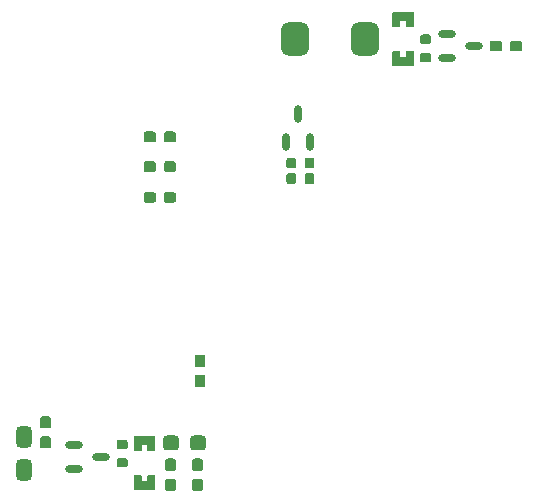
<source format=gbp>
%FSLAX24Y24*%
%MOIN*%
G70*
G01*
G75*
G04 Layer_Color=128*
%ADD10C,0.0079*%
G04:AMPARAMS|DCode=11|XSize=28mil|YSize=35.8mil|CornerRadius=2.8mil|HoleSize=0mil|Usage=FLASHONLY|Rotation=0.000|XOffset=0mil|YOffset=0mil|HoleType=Round|Shape=RoundedRectangle|*
%AMROUNDEDRECTD11*
21,1,0.0280,0.0302,0,0,0.0*
21,1,0.0224,0.0358,0,0,0.0*
1,1,0.0056,0.0112,-0.0151*
1,1,0.0056,-0.0112,-0.0151*
1,1,0.0056,-0.0112,0.0151*
1,1,0.0056,0.0112,0.0151*
%
%ADD11ROUNDEDRECTD11*%
G04:AMPARAMS|DCode=12|XSize=41mil|YSize=36mil|CornerRadius=1.8mil|HoleSize=0mil|Usage=FLASHONLY|Rotation=0.000|XOffset=0mil|YOffset=0mil|HoleType=Round|Shape=RoundedRectangle|*
%AMROUNDEDRECTD12*
21,1,0.0410,0.0324,0,0,0.0*
21,1,0.0374,0.0360,0,0,0.0*
1,1,0.0036,0.0187,-0.0162*
1,1,0.0036,-0.0187,-0.0162*
1,1,0.0036,-0.0187,0.0162*
1,1,0.0036,0.0187,0.0162*
%
%ADD12ROUNDEDRECTD12*%
G04:AMPARAMS|DCode=13|XSize=41mil|YSize=36mil|CornerRadius=1.8mil|HoleSize=0mil|Usage=FLASHONLY|Rotation=270.000|XOffset=0mil|YOffset=0mil|HoleType=Round|Shape=RoundedRectangle|*
%AMROUNDEDRECTD13*
21,1,0.0410,0.0324,0,0,270.0*
21,1,0.0374,0.0360,0,0,270.0*
1,1,0.0036,-0.0162,-0.0187*
1,1,0.0036,-0.0162,0.0187*
1,1,0.0036,0.0162,0.0187*
1,1,0.0036,0.0162,-0.0187*
%
%ADD13ROUNDEDRECTD13*%
%ADD14O,0.0394X0.0984*%
%ADD15O,0.0984X0.0394*%
G04:AMPARAMS|DCode=16|XSize=28mil|YSize=35.8mil|CornerRadius=2.8mil|HoleSize=0mil|Usage=FLASHONLY|Rotation=270.000|XOffset=0mil|YOffset=0mil|HoleType=Round|Shape=RoundedRectangle|*
%AMROUNDEDRECTD16*
21,1,0.0280,0.0302,0,0,270.0*
21,1,0.0224,0.0358,0,0,270.0*
1,1,0.0056,-0.0151,-0.0112*
1,1,0.0056,-0.0151,0.0112*
1,1,0.0056,0.0151,0.0112*
1,1,0.0056,0.0151,-0.0112*
%
%ADD16ROUNDEDRECTD16*%
%ADD17O,0.0591X0.0281*%
G04:AMPARAMS|DCode=18|XSize=78.7mil|YSize=47.2mil|CornerRadius=11.8mil|HoleSize=0mil|Usage=FLASHONLY|Rotation=180.000|XOffset=0mil|YOffset=0mil|HoleType=Round|Shape=RoundedRectangle|*
%AMROUNDEDRECTD18*
21,1,0.0787,0.0236,0,0,180.0*
21,1,0.0551,0.0472,0,0,180.0*
1,1,0.0236,-0.0276,0.0118*
1,1,0.0236,0.0276,0.0118*
1,1,0.0236,0.0276,-0.0118*
1,1,0.0236,-0.0276,-0.0118*
%
%ADD18ROUNDEDRECTD18*%
%ADD19C,0.0472*%
%ADD20O,0.0709X0.0315*%
%ADD21C,0.0157*%
%ADD22C,0.0118*%
%ADD23C,0.0394*%
%ADD24C,0.0197*%
%ADD25C,0.0600*%
%ADD26R,0.0600X0.0600*%
%ADD27O,0.0984X0.2165*%
%ADD28C,0.0709*%
%ADD29R,0.0600X0.0600*%
%ADD30C,0.0669*%
%ADD31C,0.0315*%
%ADD32C,0.0394*%
%ADD33O,0.0281X0.0591*%
G04:AMPARAMS|DCode=34|XSize=94.5mil|YSize=110.2mil|CornerRadius=23.6mil|HoleSize=0mil|Usage=FLASHONLY|Rotation=180.000|XOffset=0mil|YOffset=0mil|HoleType=Round|Shape=RoundedRectangle|*
%AMROUNDEDRECTD34*
21,1,0.0945,0.0630,0,0,180.0*
21,1,0.0472,0.1102,0,0,180.0*
1,1,0.0472,-0.0236,0.0315*
1,1,0.0472,0.0236,0.0315*
1,1,0.0472,0.0236,-0.0315*
1,1,0.0472,-0.0236,-0.0315*
%
%ADD34ROUNDEDRECTD34*%
G04:AMPARAMS|DCode=35|XSize=51.2mil|YSize=72mil|CornerRadius=2.6mil|HoleSize=0mil|Usage=FLASHONLY|Rotation=90.000|XOffset=0mil|YOffset=0mil|HoleType=Round|Shape=RoundedRectangle|*
%AMROUNDEDRECTD35*
21,1,0.0512,0.0669,0,0,90.0*
21,1,0.0461,0.0720,0,0,90.0*
1,1,0.0051,0.0335,0.0230*
1,1,0.0051,0.0335,-0.0230*
1,1,0.0051,-0.0335,-0.0230*
1,1,0.0051,-0.0335,0.0230*
%
%ADD35ROUNDEDRECTD35*%
G04:AMPARAMS|DCode=36|XSize=54mil|YSize=50mil|CornerRadius=12.5mil|HoleSize=0mil|Usage=FLASHONLY|Rotation=180.000|XOffset=0mil|YOffset=0mil|HoleType=Round|Shape=RoundedRectangle|*
%AMROUNDEDRECTD36*
21,1,0.0540,0.0250,0,0,180.0*
21,1,0.0290,0.0500,0,0,180.0*
1,1,0.0250,-0.0145,0.0125*
1,1,0.0250,0.0145,0.0125*
1,1,0.0250,0.0145,-0.0125*
1,1,0.0250,-0.0145,-0.0125*
%
%ADD36ROUNDEDRECTD36*%
G04:AMPARAMS|DCode=37|XSize=70.9mil|YSize=51.2mil|CornerRadius=12.8mil|HoleSize=0mil|Usage=FLASHONLY|Rotation=90.000|XOffset=0mil|YOffset=0mil|HoleType=Round|Shape=RoundedRectangle|*
%AMROUNDEDRECTD37*
21,1,0.0709,0.0256,0,0,90.0*
21,1,0.0453,0.0512,0,0,90.0*
1,1,0.0256,0.0128,0.0226*
1,1,0.0256,0.0128,-0.0226*
1,1,0.0256,-0.0128,-0.0226*
1,1,0.0256,-0.0128,0.0226*
%
%ADD37ROUNDEDRECTD37*%
%ADD38C,0.0070*%
%ADD39C,0.0071*%
%ADD40C,0.0098*%
%ADD41C,0.0100*%
%ADD42C,0.0039*%
G04:AMPARAMS|DCode=43|XSize=33.9mil|YSize=41.8mil|CornerRadius=5.8mil|HoleSize=0mil|Usage=FLASHONLY|Rotation=0.000|XOffset=0mil|YOffset=0mil|HoleType=Round|Shape=RoundedRectangle|*
%AMROUNDEDRECTD43*
21,1,0.0339,0.0302,0,0,0.0*
21,1,0.0224,0.0418,0,0,0.0*
1,1,0.0116,0.0112,-0.0151*
1,1,0.0116,-0.0112,-0.0151*
1,1,0.0116,-0.0112,0.0151*
1,1,0.0116,0.0112,0.0151*
%
%ADD43ROUNDEDRECTD43*%
G04:AMPARAMS|DCode=44|XSize=47mil|YSize=42mil|CornerRadius=4.8mil|HoleSize=0mil|Usage=FLASHONLY|Rotation=0.000|XOffset=0mil|YOffset=0mil|HoleType=Round|Shape=RoundedRectangle|*
%AMROUNDEDRECTD44*
21,1,0.0470,0.0324,0,0,0.0*
21,1,0.0374,0.0420,0,0,0.0*
1,1,0.0096,0.0187,-0.0162*
1,1,0.0096,-0.0187,-0.0162*
1,1,0.0096,-0.0187,0.0162*
1,1,0.0096,0.0187,0.0162*
%
%ADD44ROUNDEDRECTD44*%
G04:AMPARAMS|DCode=45|XSize=47mil|YSize=42mil|CornerRadius=4.8mil|HoleSize=0mil|Usage=FLASHONLY|Rotation=270.000|XOffset=0mil|YOffset=0mil|HoleType=Round|Shape=RoundedRectangle|*
%AMROUNDEDRECTD45*
21,1,0.0470,0.0324,0,0,270.0*
21,1,0.0374,0.0420,0,0,270.0*
1,1,0.0096,-0.0162,-0.0187*
1,1,0.0096,-0.0162,0.0187*
1,1,0.0096,0.0162,0.0187*
1,1,0.0096,0.0162,-0.0187*
%
%ADD45ROUNDEDRECTD45*%
%ADD46O,0.0454X0.1044*%
%ADD47O,0.1044X0.0454*%
G04:AMPARAMS|DCode=48|XSize=33.9mil|YSize=41.8mil|CornerRadius=5.8mil|HoleSize=0mil|Usage=FLASHONLY|Rotation=270.000|XOffset=0mil|YOffset=0mil|HoleType=Round|Shape=RoundedRectangle|*
%AMROUNDEDRECTD48*
21,1,0.0339,0.0302,0,0,270.0*
21,1,0.0224,0.0418,0,0,270.0*
1,1,0.0116,-0.0151,-0.0112*
1,1,0.0116,-0.0151,0.0112*
1,1,0.0116,0.0151,0.0112*
1,1,0.0116,0.0151,-0.0112*
%
%ADD48ROUNDEDRECTD48*%
%ADD49O,0.0650X0.0341*%
G04:AMPARAMS|DCode=50|XSize=84.7mil|YSize=53.2mil|CornerRadius=14.8mil|HoleSize=0mil|Usage=FLASHONLY|Rotation=180.000|XOffset=0mil|YOffset=0mil|HoleType=Round|Shape=RoundedRectangle|*
%AMROUNDEDRECTD50*
21,1,0.0847,0.0236,0,0,180.0*
21,1,0.0551,0.0532,0,0,180.0*
1,1,0.0296,-0.0276,0.0118*
1,1,0.0296,0.0276,0.0118*
1,1,0.0296,0.0276,-0.0118*
1,1,0.0296,-0.0276,-0.0118*
%
%ADD50ROUNDEDRECTD50*%
%ADD51O,0.0768X0.0375*%
%ADD52C,0.0660*%
%ADD53R,0.0660X0.0660*%
%ADD54O,0.1044X0.2225*%
%ADD55C,0.0768*%
%ADD56R,0.0660X0.0660*%
%ADD57C,0.0729*%
%ADD58C,0.0532*%
%ADD59O,0.0341X0.0650*%
G04:AMPARAMS|DCode=60|XSize=100.5mil|YSize=116.2mil|CornerRadius=26.6mil|HoleSize=0mil|Usage=FLASHONLY|Rotation=180.000|XOffset=0mil|YOffset=0mil|HoleType=Round|Shape=RoundedRectangle|*
%AMROUNDEDRECTD60*
21,1,0.1005,0.0630,0,0,180.0*
21,1,0.0472,0.1162,0,0,180.0*
1,1,0.0532,-0.0236,0.0315*
1,1,0.0532,0.0236,0.0315*
1,1,0.0532,0.0236,-0.0315*
1,1,0.0532,-0.0236,-0.0315*
%
%ADD60ROUNDEDRECTD60*%
G04:AMPARAMS|DCode=61|XSize=57.2mil|YSize=78mil|CornerRadius=5.6mil|HoleSize=0mil|Usage=FLASHONLY|Rotation=90.000|XOffset=0mil|YOffset=0mil|HoleType=Round|Shape=RoundedRectangle|*
%AMROUNDEDRECTD61*
21,1,0.0572,0.0669,0,0,90.0*
21,1,0.0461,0.0780,0,0,90.0*
1,1,0.0111,0.0335,0.0230*
1,1,0.0111,0.0335,-0.0230*
1,1,0.0111,-0.0335,-0.0230*
1,1,0.0111,-0.0335,0.0230*
%
%ADD61ROUNDEDRECTD61*%
G04:AMPARAMS|DCode=62|XSize=60mil|YSize=56mil|CornerRadius=15.5mil|HoleSize=0mil|Usage=FLASHONLY|Rotation=180.000|XOffset=0mil|YOffset=0mil|HoleType=Round|Shape=RoundedRectangle|*
%AMROUNDEDRECTD62*
21,1,0.0600,0.0250,0,0,180.0*
21,1,0.0290,0.0560,0,0,180.0*
1,1,0.0310,-0.0145,0.0125*
1,1,0.0310,0.0145,0.0125*
1,1,0.0310,0.0145,-0.0125*
1,1,0.0310,-0.0145,-0.0125*
%
%ADD62ROUNDEDRECTD62*%
G04:AMPARAMS|DCode=63|XSize=76.8mil|YSize=57.2mil|CornerRadius=15.8mil|HoleSize=0mil|Usage=FLASHONLY|Rotation=90.000|XOffset=0mil|YOffset=0mil|HoleType=Round|Shape=RoundedRectangle|*
%AMROUNDEDRECTD63*
21,1,0.0768,0.0256,0,0,90.0*
21,1,0.0453,0.0572,0,0,90.0*
1,1,0.0316,0.0128,0.0226*
1,1,0.0316,0.0128,-0.0226*
1,1,0.0316,-0.0128,-0.0226*
1,1,0.0316,-0.0128,0.0226*
%
%ADD63ROUNDEDRECTD63*%
G36*
X16739Y15574D02*
X16769Y15554D01*
X16789Y15524D01*
X16796Y15489D01*
Y15259D01*
X16789Y15224D01*
X16769Y15194D01*
X16739Y15175D01*
X16704Y15168D01*
X16524D01*
X16489Y15175D01*
X16459Y15194D01*
X16439Y15224D01*
X16432Y15259D01*
Y15489D01*
X16439Y15524D01*
X16459Y15554D01*
X16489Y15574D01*
X16524Y15581D01*
X16704D01*
X16739Y15574D01*
D02*
G37*
G36*
Y14904D02*
X16769Y14884D01*
X16789Y14854D01*
X16796Y14819D01*
Y14589D01*
X16789Y14554D01*
X16769Y14524D01*
X16739Y14505D01*
X16704Y14498D01*
X16524D01*
X16489Y14505D01*
X16459Y14524D01*
X16439Y14554D01*
X16432Y14589D01*
Y14819D01*
X16439Y14854D01*
X16459Y14884D01*
X16489Y14904D01*
X16524Y14911D01*
X16704D01*
X16739Y14904D01*
D02*
G37*
G36*
X19304Y14791D02*
X19331Y14773D01*
X19349Y14747D01*
X19355Y14716D01*
Y14556D01*
X19349Y14524D01*
X19331Y14498D01*
X19304Y14480D01*
X19273Y14474D01*
X19073D01*
X19042Y14480D01*
X19016Y14498D01*
X18998Y14524D01*
X18992Y14556D01*
Y14716D01*
X18998Y14747D01*
X19016Y14773D01*
X19042Y14791D01*
X19073Y14797D01*
X19273D01*
X19304Y14791D01*
D02*
G37*
G36*
X21897Y16951D02*
X21927Y16932D01*
X21946Y16902D01*
X21953Y16867D01*
Y16637D01*
X21946Y16602D01*
X21927Y16572D01*
X21897Y16552D01*
X21862Y16545D01*
X21682D01*
X21647Y16552D01*
X21617Y16572D01*
X21597Y16602D01*
X21590Y16637D01*
Y16867D01*
X21597Y16902D01*
X21617Y16932D01*
X21647Y16951D01*
X21682Y16958D01*
X21862D01*
X21897Y16951D01*
D02*
G37*
G36*
X20918Y23049D02*
X20948Y23029D01*
X20968Y22999D01*
X20975Y22964D01*
Y22784D01*
X20968Y22749D01*
X20948Y22719D01*
X20918Y22699D01*
X20883Y22692D01*
X20653D01*
X20618Y22699D01*
X20588Y22719D01*
X20568Y22749D01*
X20561Y22784D01*
Y22964D01*
X20568Y22999D01*
X20588Y23029D01*
X20618Y23049D01*
X20653Y23056D01*
X20883D01*
X20918Y23049D01*
D02*
G37*
G36*
X20248D02*
X20278Y23029D01*
X20298Y22999D01*
X20305Y22964D01*
Y22784D01*
X20298Y22749D01*
X20278Y22719D01*
X20248Y22699D01*
X20213Y22692D01*
X19983D01*
X19948Y22699D01*
X19918Y22719D01*
X19898Y22749D01*
X19891Y22784D01*
Y22964D01*
X19898Y22999D01*
X19918Y23029D01*
X19948Y23049D01*
X19983Y23056D01*
X20213D01*
X20248Y23049D01*
D02*
G37*
G36*
X21897Y17621D02*
X21927Y17601D01*
X21946Y17572D01*
X21953Y17537D01*
Y17307D01*
X21946Y17271D01*
X21927Y17242D01*
X21897Y17222D01*
X21862Y17215D01*
X21682D01*
X21647Y17222D01*
X21617Y17242D01*
X21597Y17271D01*
X21590Y17307D01*
Y17537D01*
X21597Y17572D01*
X21617Y17601D01*
X21647Y17621D01*
X21682Y17628D01*
X21862D01*
X21897Y17621D01*
D02*
G37*
G36*
X20273Y13613D02*
X20281Y13592D01*
Y13139D01*
X20273Y13118D01*
X20252Y13110D01*
X19591D01*
X19570Y13118D01*
X19561Y13139D01*
Y13592D01*
X19570Y13613D01*
X19591Y13622D01*
X19793D01*
X19814Y13613D01*
X19823Y13592D01*
Y13454D01*
X19831Y13433D01*
X19852Y13425D01*
X19990D01*
X20011Y13433D01*
X20020Y13454D01*
Y13592D01*
X20028Y13613D01*
X20049Y13622D01*
X20252D01*
X20273Y13613D01*
D02*
G37*
G36*
X21818Y13487D02*
X21848Y13467D01*
X21868Y13437D01*
X21875Y13402D01*
Y13172D01*
X21868Y13137D01*
X21848Y13107D01*
X21818Y13087D01*
X21783Y13080D01*
X21603D01*
X21568Y13087D01*
X21538Y13107D01*
X21518Y13137D01*
X21511Y13172D01*
Y13402D01*
X21518Y13437D01*
X21538Y13467D01*
X21568Y13487D01*
X21603Y13494D01*
X21783D01*
X21818Y13487D01*
D02*
G37*
G36*
X20913D02*
X20942Y13467D01*
X20962Y13437D01*
X20969Y13402D01*
Y13172D01*
X20962Y13137D01*
X20942Y13107D01*
X20913Y13087D01*
X20877Y13080D01*
X20697D01*
X20662Y13087D01*
X20633Y13107D01*
X20613Y13137D01*
X20606Y13172D01*
Y13402D01*
X20613Y13437D01*
X20633Y13467D01*
X20662Y13487D01*
X20697Y13494D01*
X20877D01*
X20913Y13487D01*
D02*
G37*
G36*
Y14157D02*
X20942Y14137D01*
X20962Y14107D01*
X20969Y14072D01*
Y13842D01*
X20962Y13807D01*
X20942Y13777D01*
X20913Y13757D01*
X20877Y13750D01*
X20697D01*
X20662Y13757D01*
X20633Y13777D01*
X20613Y13807D01*
X20606Y13842D01*
Y14072D01*
X20613Y14107D01*
X20633Y14137D01*
X20662Y14157D01*
X20697Y14164D01*
X20877D01*
X20913Y14157D01*
D02*
G37*
G36*
X20273Y14913D02*
X20281Y14892D01*
Y14439D01*
X20273Y14418D01*
X20252Y14410D01*
X20049D01*
X20028Y14418D01*
X20020Y14439D01*
Y14577D01*
X20011Y14598D01*
X19990Y14607D01*
X19852D01*
X19831Y14598D01*
X19823Y14577D01*
Y14439D01*
X19814Y14418D01*
X19793Y14410D01*
X19591D01*
X19570Y14418D01*
X19561Y14439D01*
Y14892D01*
X19570Y14913D01*
X19591Y14922D01*
X20252D01*
X20273Y14913D01*
D02*
G37*
G36*
X19304Y14181D02*
X19331Y14163D01*
X19349Y14137D01*
X19355Y14106D01*
Y13946D01*
X19349Y13914D01*
X19331Y13888D01*
X19304Y13870D01*
X19273Y13864D01*
X19073D01*
X19042Y13870D01*
X19016Y13888D01*
X18998Y13914D01*
X18992Y13946D01*
Y14106D01*
X18998Y14137D01*
X19016Y14163D01*
X19042Y14181D01*
X19073Y14187D01*
X19273D01*
X19304Y14181D01*
D02*
G37*
G36*
X21818Y14157D02*
X21848Y14137D01*
X21868Y14107D01*
X21875Y14072D01*
Y13842D01*
X21868Y13807D01*
X21848Y13777D01*
X21818Y13757D01*
X21783Y13750D01*
X21603D01*
X21568Y13757D01*
X21538Y13777D01*
X21518Y13807D01*
X21511Y13842D01*
Y14072D01*
X21518Y14107D01*
X21538Y14137D01*
X21568Y14157D01*
X21603Y14164D01*
X21783D01*
X21818Y14157D01*
D02*
G37*
G36*
X28895Y27747D02*
X28904Y27726D01*
Y27273D01*
X28895Y27252D01*
X28874Y27244D01*
X28213D01*
X28192Y27252D01*
X28183Y27273D01*
Y27726D01*
X28192Y27747D01*
X28213Y27756D01*
X28415D01*
X28436Y27747D01*
X28445Y27726D01*
Y27588D01*
X28454Y27567D01*
X28474Y27559D01*
X28612D01*
X28633Y27567D01*
X28642Y27588D01*
Y27726D01*
X28650Y27747D01*
X28671Y27756D01*
X28874D01*
X28895Y27747D01*
D02*
G37*
G36*
X29423Y27685D02*
X29449Y27667D01*
X29467Y27641D01*
X29473Y27610D01*
Y27450D01*
X29467Y27418D01*
X29449Y27392D01*
X29423Y27374D01*
X29391Y27368D01*
X29191D01*
X29160Y27374D01*
X29134Y27392D01*
X29116Y27418D01*
X29110Y27450D01*
Y27610D01*
X29116Y27641D01*
X29134Y27667D01*
X29160Y27685D01*
X29191Y27691D01*
X29391D01*
X29423Y27685D01*
D02*
G37*
G36*
X20918Y25057D02*
X20948Y25037D01*
X20968Y25007D01*
X20975Y24972D01*
Y24792D01*
X20968Y24757D01*
X20948Y24727D01*
X20918Y24707D01*
X20883Y24700D01*
X20653D01*
X20618Y24707D01*
X20588Y24727D01*
X20568Y24757D01*
X20561Y24792D01*
Y24972D01*
X20568Y25007D01*
X20588Y25037D01*
X20618Y25057D01*
X20653Y25064D01*
X20883D01*
X20918Y25057D01*
D02*
G37*
G36*
X31784Y28088D02*
X31813Y28068D01*
X31833Y28038D01*
X31840Y28003D01*
Y27823D01*
X31833Y27788D01*
X31813Y27759D01*
X31784Y27739D01*
X31748Y27732D01*
X31518D01*
X31483Y27739D01*
X31454Y27759D01*
X31434Y27788D01*
X31427Y27823D01*
Y28003D01*
X31434Y28038D01*
X31454Y28068D01*
X31483Y28088D01*
X31518Y28095D01*
X31748D01*
X31784Y28088D01*
D02*
G37*
G36*
X28895Y29047D02*
X28904Y29026D01*
Y28573D01*
X28895Y28552D01*
X28874Y28544D01*
X28671D01*
X28650Y28552D01*
X28642Y28573D01*
Y28711D01*
X28633Y28732D01*
X28612Y28741D01*
X28474D01*
X28454Y28732D01*
X28445Y28711D01*
Y28573D01*
X28436Y28552D01*
X28415Y28544D01*
X28213D01*
X28192Y28552D01*
X28183Y28573D01*
Y29026D01*
X28192Y29047D01*
X28213Y29056D01*
X28874D01*
X28895Y29047D01*
D02*
G37*
G36*
X29423Y28295D02*
X29449Y28277D01*
X29467Y28251D01*
X29473Y28220D01*
Y28060D01*
X29467Y28028D01*
X29449Y28002D01*
X29423Y27984D01*
X29391Y27978D01*
X29191D01*
X29160Y27984D01*
X29134Y28002D01*
X29116Y28028D01*
X29110Y28060D01*
Y28220D01*
X29116Y28251D01*
X29134Y28277D01*
X29160Y28295D01*
X29191Y28301D01*
X29391D01*
X29423Y28295D01*
D02*
G37*
G36*
X32454Y28088D02*
X32483Y28068D01*
X32503Y28038D01*
X32510Y28003D01*
Y27823D01*
X32503Y27788D01*
X32483Y27759D01*
X32454Y27739D01*
X32418Y27732D01*
X32188D01*
X32153Y27739D01*
X32124Y27759D01*
X32104Y27788D01*
X32097Y27823D01*
Y28003D01*
X32104Y28038D01*
X32124Y28068D01*
X32153Y28088D01*
X32188Y28095D01*
X32418D01*
X32454Y28088D01*
D02*
G37*
G36*
X20248Y24072D02*
X20278Y24053D01*
X20298Y24023D01*
X20305Y23988D01*
Y23808D01*
X20298Y23773D01*
X20278Y23743D01*
X20248Y23723D01*
X20213Y23716D01*
X19983D01*
X19948Y23723D01*
X19918Y23743D01*
X19898Y23773D01*
X19891Y23808D01*
Y23988D01*
X19898Y24023D01*
X19918Y24053D01*
X19948Y24072D01*
X19983Y24079D01*
X20213D01*
X20248Y24072D01*
D02*
G37*
G36*
X25534Y23679D02*
X25561Y23662D01*
X25578Y23635D01*
X25585Y23604D01*
Y23404D01*
X25578Y23373D01*
X25561Y23346D01*
X25534Y23329D01*
X25503Y23322D01*
X25343D01*
X25312Y23329D01*
X25285Y23346D01*
X25268Y23373D01*
X25262Y23404D01*
Y23604D01*
X25268Y23635D01*
X25285Y23662D01*
X25312Y23679D01*
X25343Y23686D01*
X25503D01*
X25534Y23679D01*
D02*
G37*
G36*
X24924D02*
X24951Y23662D01*
X24968Y23635D01*
X24975Y23604D01*
Y23404D01*
X24968Y23373D01*
X24951Y23346D01*
X24924Y23329D01*
X24893Y23322D01*
X24733D01*
X24702Y23329D01*
X24675Y23346D01*
X24658Y23373D01*
X24652Y23404D01*
Y23604D01*
X24658Y23635D01*
X24675Y23662D01*
X24702Y23679D01*
X24733Y23686D01*
X24893D01*
X24924Y23679D01*
D02*
G37*
G36*
X20918Y24072D02*
X20948Y24053D01*
X20968Y24023D01*
X20975Y23988D01*
Y23808D01*
X20968Y23773D01*
X20948Y23743D01*
X20918Y23723D01*
X20883Y23716D01*
X20653D01*
X20618Y23723D01*
X20588Y23743D01*
X20568Y23773D01*
X20561Y23808D01*
Y23988D01*
X20568Y24023D01*
X20588Y24053D01*
X20618Y24072D01*
X20653Y24079D01*
X20883D01*
X20918Y24072D01*
D02*
G37*
G36*
X20248Y25057D02*
X20278Y25037D01*
X20298Y25007D01*
X20305Y24972D01*
Y24792D01*
X20298Y24757D01*
X20278Y24727D01*
X20248Y24707D01*
X20213Y24700D01*
X19983D01*
X19948Y24707D01*
X19918Y24727D01*
X19898Y24757D01*
X19891Y24792D01*
Y24972D01*
X19898Y25007D01*
X19918Y25037D01*
X19948Y25057D01*
X19983Y25064D01*
X20213D01*
X20248Y25057D01*
D02*
G37*
G36*
X25534Y24191D02*
X25561Y24173D01*
X25578Y24147D01*
X25585Y24116D01*
Y23916D01*
X25578Y23885D01*
X25561Y23858D01*
X25534Y23840D01*
X25503Y23834D01*
X25343D01*
X25312Y23840D01*
X25285Y23858D01*
X25268Y23885D01*
X25262Y23916D01*
Y24116D01*
X25268Y24147D01*
X25285Y24173D01*
X25312Y24191D01*
X25343Y24197D01*
X25503D01*
X25534Y24191D01*
D02*
G37*
G36*
X24924D02*
X24951Y24173D01*
X24968Y24147D01*
X24975Y24116D01*
Y23916D01*
X24968Y23885D01*
X24951Y23858D01*
X24924Y23840D01*
X24893Y23834D01*
X24733D01*
X24702Y23840D01*
X24675Y23858D01*
X24658Y23885D01*
X24652Y23916D01*
Y24116D01*
X24658Y24147D01*
X24675Y24173D01*
X24702Y24191D01*
X24733Y24197D01*
X24893D01*
X24924Y24191D01*
D02*
G37*
D17*
X30005Y27520D02*
D03*
Y28320D02*
D03*
X30915Y27920D02*
D03*
X17564Y13819D02*
D03*
Y14619D02*
D03*
X18474Y14219D02*
D03*
D33*
X25433Y24729D02*
D03*
X24633D02*
D03*
X25033Y25639D02*
D03*
D34*
X24922Y28150D02*
D03*
X27282D02*
D03*
D36*
X20793Y14685D02*
D03*
X21693D02*
D03*
D37*
X15906Y13780D02*
D03*
Y14880D02*
D03*
M02*

</source>
